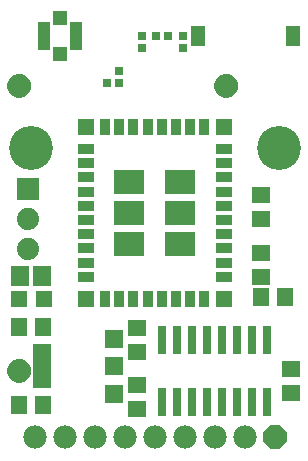
<source format=gbr>
G04 EAGLE Gerber RS-274X export*
G75*
%MOMM*%
%FSLAX34Y34*%
%LPD*%
%INSoldermask Top*%
%IPPOS*%
%AMOC8*
5,1,8,0,0,1.08239X$1,22.5*%
G01*
%ADD10R,1.403200X0.903200*%
%ADD11R,1.403200X1.403200*%
%ADD12R,0.903200X1.403200*%
%ADD13R,2.603200X2.103200*%
%ADD14R,1.203200X1.703200*%
%ADD15R,0.803200X0.803200*%
%ADD16R,1.503200X1.403200*%
%ADD17C,1.203200*%
%ADD18C,0.500000*%
%ADD19R,1.403200X1.503200*%
%ADD20R,1.503200X1.503200*%
%ADD21R,1.503200X3.803200*%
%ADD22R,0.803200X2.403200*%
%ADD23C,3.719200*%
%ADD24R,1.053200X2.403200*%
%ADD25R,1.203200X1.253200*%
%ADD26P,2.144431X8X292.500000*%
%ADD27C,1.981200*%
%ADD28R,1.503200X1.703200*%
%ADD29R,1.879600X1.879600*%
%ADD30C,1.879600*%


D10*
X71500Y264000D03*
X71500Y252000D03*
X71500Y240000D03*
X71500Y228000D03*
X71500Y216000D03*
X71500Y204000D03*
X71500Y192000D03*
X71500Y180000D03*
X71500Y168000D03*
X71500Y156000D03*
D11*
X71500Y282500D03*
X71500Y137500D03*
X188500Y137500D03*
X188500Y282500D03*
D12*
X88000Y137500D03*
X100000Y137500D03*
X112000Y137500D03*
X124000Y137500D03*
X136000Y137500D03*
X148000Y137500D03*
X160000Y137500D03*
X172000Y137500D03*
D10*
X188500Y156000D03*
X188500Y168000D03*
X188500Y180000D03*
X188500Y192000D03*
X188500Y204000D03*
X188500Y216000D03*
X188500Y228000D03*
X188500Y240000D03*
X188500Y252000D03*
X188500Y264000D03*
D12*
X172000Y282500D03*
X160000Y282500D03*
X148000Y282500D03*
X136000Y282500D03*
X124000Y282500D03*
X112000Y282500D03*
X100000Y282500D03*
X88000Y282500D03*
D13*
X108500Y210000D03*
X108500Y236500D03*
X108500Y183500D03*
X151500Y236500D03*
X151500Y210000D03*
X151500Y183500D03*
D14*
X166920Y360000D03*
X246920Y360000D03*
D15*
X153920Y349920D03*
X153920Y360080D03*
X119000Y349920D03*
X119000Y360080D03*
X131380Y360000D03*
X141540Y360000D03*
X100000Y330080D03*
X100000Y319920D03*
X100080Y320000D03*
X89920Y320000D03*
D16*
X220000Y204840D03*
X220000Y225160D03*
X220000Y155840D03*
X220000Y176160D03*
D17*
X190500Y317500D03*
D18*
X190500Y325000D02*
X190319Y324998D01*
X190138Y324991D01*
X189957Y324980D01*
X189776Y324965D01*
X189596Y324945D01*
X189416Y324921D01*
X189237Y324893D01*
X189059Y324860D01*
X188882Y324823D01*
X188705Y324782D01*
X188530Y324737D01*
X188355Y324687D01*
X188182Y324633D01*
X188011Y324575D01*
X187840Y324513D01*
X187672Y324446D01*
X187505Y324376D01*
X187339Y324302D01*
X187176Y324223D01*
X187015Y324141D01*
X186855Y324055D01*
X186698Y323965D01*
X186543Y323871D01*
X186390Y323774D01*
X186240Y323672D01*
X186092Y323568D01*
X185946Y323459D01*
X185804Y323348D01*
X185664Y323232D01*
X185527Y323114D01*
X185392Y322992D01*
X185261Y322867D01*
X185133Y322739D01*
X185008Y322608D01*
X184886Y322473D01*
X184768Y322336D01*
X184652Y322196D01*
X184541Y322054D01*
X184432Y321908D01*
X184328Y321760D01*
X184226Y321610D01*
X184129Y321457D01*
X184035Y321302D01*
X183945Y321145D01*
X183859Y320985D01*
X183777Y320824D01*
X183698Y320661D01*
X183624Y320495D01*
X183554Y320328D01*
X183487Y320160D01*
X183425Y319989D01*
X183367Y319818D01*
X183313Y319645D01*
X183263Y319470D01*
X183218Y319295D01*
X183177Y319118D01*
X183140Y318941D01*
X183107Y318763D01*
X183079Y318584D01*
X183055Y318404D01*
X183035Y318224D01*
X183020Y318043D01*
X183009Y317862D01*
X183002Y317681D01*
X183000Y317500D01*
X190500Y325000D02*
X190681Y324998D01*
X190862Y324991D01*
X191043Y324980D01*
X191224Y324965D01*
X191404Y324945D01*
X191584Y324921D01*
X191763Y324893D01*
X191941Y324860D01*
X192118Y324823D01*
X192295Y324782D01*
X192470Y324737D01*
X192645Y324687D01*
X192818Y324633D01*
X192989Y324575D01*
X193160Y324513D01*
X193328Y324446D01*
X193495Y324376D01*
X193661Y324302D01*
X193824Y324223D01*
X193985Y324141D01*
X194145Y324055D01*
X194302Y323965D01*
X194457Y323871D01*
X194610Y323774D01*
X194760Y323672D01*
X194908Y323568D01*
X195054Y323459D01*
X195196Y323348D01*
X195336Y323232D01*
X195473Y323114D01*
X195608Y322992D01*
X195739Y322867D01*
X195867Y322739D01*
X195992Y322608D01*
X196114Y322473D01*
X196232Y322336D01*
X196348Y322196D01*
X196459Y322054D01*
X196568Y321908D01*
X196672Y321760D01*
X196774Y321610D01*
X196871Y321457D01*
X196965Y321302D01*
X197055Y321145D01*
X197141Y320985D01*
X197223Y320824D01*
X197302Y320661D01*
X197376Y320495D01*
X197446Y320328D01*
X197513Y320160D01*
X197575Y319989D01*
X197633Y319818D01*
X197687Y319645D01*
X197737Y319470D01*
X197782Y319295D01*
X197823Y319118D01*
X197860Y318941D01*
X197893Y318763D01*
X197921Y318584D01*
X197945Y318404D01*
X197965Y318224D01*
X197980Y318043D01*
X197991Y317862D01*
X197998Y317681D01*
X198000Y317500D01*
X197998Y317319D01*
X197991Y317138D01*
X197980Y316957D01*
X197965Y316776D01*
X197945Y316596D01*
X197921Y316416D01*
X197893Y316237D01*
X197860Y316059D01*
X197823Y315882D01*
X197782Y315705D01*
X197737Y315530D01*
X197687Y315355D01*
X197633Y315182D01*
X197575Y315011D01*
X197513Y314840D01*
X197446Y314672D01*
X197376Y314505D01*
X197302Y314339D01*
X197223Y314176D01*
X197141Y314015D01*
X197055Y313855D01*
X196965Y313698D01*
X196871Y313543D01*
X196774Y313390D01*
X196672Y313240D01*
X196568Y313092D01*
X196459Y312946D01*
X196348Y312804D01*
X196232Y312664D01*
X196114Y312527D01*
X195992Y312392D01*
X195867Y312261D01*
X195739Y312133D01*
X195608Y312008D01*
X195473Y311886D01*
X195336Y311768D01*
X195196Y311652D01*
X195054Y311541D01*
X194908Y311432D01*
X194760Y311328D01*
X194610Y311226D01*
X194457Y311129D01*
X194302Y311035D01*
X194145Y310945D01*
X193985Y310859D01*
X193824Y310777D01*
X193661Y310698D01*
X193495Y310624D01*
X193328Y310554D01*
X193160Y310487D01*
X192989Y310425D01*
X192818Y310367D01*
X192645Y310313D01*
X192470Y310263D01*
X192295Y310218D01*
X192118Y310177D01*
X191941Y310140D01*
X191763Y310107D01*
X191584Y310079D01*
X191404Y310055D01*
X191224Y310035D01*
X191043Y310020D01*
X190862Y310009D01*
X190681Y310002D01*
X190500Y310000D01*
X190319Y310002D01*
X190138Y310009D01*
X189957Y310020D01*
X189776Y310035D01*
X189596Y310055D01*
X189416Y310079D01*
X189237Y310107D01*
X189059Y310140D01*
X188882Y310177D01*
X188705Y310218D01*
X188530Y310263D01*
X188355Y310313D01*
X188182Y310367D01*
X188011Y310425D01*
X187840Y310487D01*
X187672Y310554D01*
X187505Y310624D01*
X187339Y310698D01*
X187176Y310777D01*
X187015Y310859D01*
X186855Y310945D01*
X186698Y311035D01*
X186543Y311129D01*
X186390Y311226D01*
X186240Y311328D01*
X186092Y311432D01*
X185946Y311541D01*
X185804Y311652D01*
X185664Y311768D01*
X185527Y311886D01*
X185392Y312008D01*
X185261Y312133D01*
X185133Y312261D01*
X185008Y312392D01*
X184886Y312527D01*
X184768Y312664D01*
X184652Y312804D01*
X184541Y312946D01*
X184432Y313092D01*
X184328Y313240D01*
X184226Y313390D01*
X184129Y313543D01*
X184035Y313698D01*
X183945Y313855D01*
X183859Y314015D01*
X183777Y314176D01*
X183698Y314339D01*
X183624Y314505D01*
X183554Y314672D01*
X183487Y314840D01*
X183425Y315011D01*
X183367Y315182D01*
X183313Y315355D01*
X183263Y315530D01*
X183218Y315705D01*
X183177Y315882D01*
X183140Y316059D01*
X183107Y316237D01*
X183079Y316416D01*
X183055Y316596D01*
X183035Y316776D01*
X183020Y316957D01*
X183009Y317138D01*
X183002Y317319D01*
X183000Y317500D01*
D17*
X15240Y76200D03*
D18*
X15240Y83700D02*
X15059Y83698D01*
X14878Y83691D01*
X14697Y83680D01*
X14516Y83665D01*
X14336Y83645D01*
X14156Y83621D01*
X13977Y83593D01*
X13799Y83560D01*
X13622Y83523D01*
X13445Y83482D01*
X13270Y83437D01*
X13095Y83387D01*
X12922Y83333D01*
X12751Y83275D01*
X12580Y83213D01*
X12412Y83146D01*
X12245Y83076D01*
X12079Y83002D01*
X11916Y82923D01*
X11755Y82841D01*
X11595Y82755D01*
X11438Y82665D01*
X11283Y82571D01*
X11130Y82474D01*
X10980Y82372D01*
X10832Y82268D01*
X10686Y82159D01*
X10544Y82048D01*
X10404Y81932D01*
X10267Y81814D01*
X10132Y81692D01*
X10001Y81567D01*
X9873Y81439D01*
X9748Y81308D01*
X9626Y81173D01*
X9508Y81036D01*
X9392Y80896D01*
X9281Y80754D01*
X9172Y80608D01*
X9068Y80460D01*
X8966Y80310D01*
X8869Y80157D01*
X8775Y80002D01*
X8685Y79845D01*
X8599Y79685D01*
X8517Y79524D01*
X8438Y79361D01*
X8364Y79195D01*
X8294Y79028D01*
X8227Y78860D01*
X8165Y78689D01*
X8107Y78518D01*
X8053Y78345D01*
X8003Y78170D01*
X7958Y77995D01*
X7917Y77818D01*
X7880Y77641D01*
X7847Y77463D01*
X7819Y77284D01*
X7795Y77104D01*
X7775Y76924D01*
X7760Y76743D01*
X7749Y76562D01*
X7742Y76381D01*
X7740Y76200D01*
X15240Y83700D02*
X15421Y83698D01*
X15602Y83691D01*
X15783Y83680D01*
X15964Y83665D01*
X16144Y83645D01*
X16324Y83621D01*
X16503Y83593D01*
X16681Y83560D01*
X16858Y83523D01*
X17035Y83482D01*
X17210Y83437D01*
X17385Y83387D01*
X17558Y83333D01*
X17729Y83275D01*
X17900Y83213D01*
X18068Y83146D01*
X18235Y83076D01*
X18401Y83002D01*
X18564Y82923D01*
X18725Y82841D01*
X18885Y82755D01*
X19042Y82665D01*
X19197Y82571D01*
X19350Y82474D01*
X19500Y82372D01*
X19648Y82268D01*
X19794Y82159D01*
X19936Y82048D01*
X20076Y81932D01*
X20213Y81814D01*
X20348Y81692D01*
X20479Y81567D01*
X20607Y81439D01*
X20732Y81308D01*
X20854Y81173D01*
X20972Y81036D01*
X21088Y80896D01*
X21199Y80754D01*
X21308Y80608D01*
X21412Y80460D01*
X21514Y80310D01*
X21611Y80157D01*
X21705Y80002D01*
X21795Y79845D01*
X21881Y79685D01*
X21963Y79524D01*
X22042Y79361D01*
X22116Y79195D01*
X22186Y79028D01*
X22253Y78860D01*
X22315Y78689D01*
X22373Y78518D01*
X22427Y78345D01*
X22477Y78170D01*
X22522Y77995D01*
X22563Y77818D01*
X22600Y77641D01*
X22633Y77463D01*
X22661Y77284D01*
X22685Y77104D01*
X22705Y76924D01*
X22720Y76743D01*
X22731Y76562D01*
X22738Y76381D01*
X22740Y76200D01*
X22738Y76019D01*
X22731Y75838D01*
X22720Y75657D01*
X22705Y75476D01*
X22685Y75296D01*
X22661Y75116D01*
X22633Y74937D01*
X22600Y74759D01*
X22563Y74582D01*
X22522Y74405D01*
X22477Y74230D01*
X22427Y74055D01*
X22373Y73882D01*
X22315Y73711D01*
X22253Y73540D01*
X22186Y73372D01*
X22116Y73205D01*
X22042Y73039D01*
X21963Y72876D01*
X21881Y72715D01*
X21795Y72555D01*
X21705Y72398D01*
X21611Y72243D01*
X21514Y72090D01*
X21412Y71940D01*
X21308Y71792D01*
X21199Y71646D01*
X21088Y71504D01*
X20972Y71364D01*
X20854Y71227D01*
X20732Y71092D01*
X20607Y70961D01*
X20479Y70833D01*
X20348Y70708D01*
X20213Y70586D01*
X20076Y70468D01*
X19936Y70352D01*
X19794Y70241D01*
X19648Y70132D01*
X19500Y70028D01*
X19350Y69926D01*
X19197Y69829D01*
X19042Y69735D01*
X18885Y69645D01*
X18725Y69559D01*
X18564Y69477D01*
X18401Y69398D01*
X18235Y69324D01*
X18068Y69254D01*
X17900Y69187D01*
X17729Y69125D01*
X17558Y69067D01*
X17385Y69013D01*
X17210Y68963D01*
X17035Y68918D01*
X16858Y68877D01*
X16681Y68840D01*
X16503Y68807D01*
X16324Y68779D01*
X16144Y68755D01*
X15964Y68735D01*
X15783Y68720D01*
X15602Y68709D01*
X15421Y68702D01*
X15240Y68700D01*
X15059Y68702D01*
X14878Y68709D01*
X14697Y68720D01*
X14516Y68735D01*
X14336Y68755D01*
X14156Y68779D01*
X13977Y68807D01*
X13799Y68840D01*
X13622Y68877D01*
X13445Y68918D01*
X13270Y68963D01*
X13095Y69013D01*
X12922Y69067D01*
X12751Y69125D01*
X12580Y69187D01*
X12412Y69254D01*
X12245Y69324D01*
X12079Y69398D01*
X11916Y69477D01*
X11755Y69559D01*
X11595Y69645D01*
X11438Y69735D01*
X11283Y69829D01*
X11130Y69926D01*
X10980Y70028D01*
X10832Y70132D01*
X10686Y70241D01*
X10544Y70352D01*
X10404Y70468D01*
X10267Y70586D01*
X10132Y70708D01*
X10001Y70833D01*
X9873Y70961D01*
X9748Y71092D01*
X9626Y71227D01*
X9508Y71364D01*
X9392Y71504D01*
X9281Y71646D01*
X9172Y71792D01*
X9068Y71940D01*
X8966Y72090D01*
X8869Y72243D01*
X8775Y72398D01*
X8685Y72555D01*
X8599Y72715D01*
X8517Y72876D01*
X8438Y73039D01*
X8364Y73205D01*
X8294Y73372D01*
X8227Y73540D01*
X8165Y73711D01*
X8107Y73882D01*
X8053Y74055D01*
X8003Y74230D01*
X7958Y74405D01*
X7917Y74582D01*
X7880Y74759D01*
X7847Y74937D01*
X7819Y75116D01*
X7795Y75296D01*
X7775Y75476D01*
X7760Y75657D01*
X7749Y75838D01*
X7742Y76019D01*
X7740Y76200D01*
D16*
X115000Y43840D03*
X115000Y64160D03*
D19*
X35160Y47000D03*
X14840Y47000D03*
D20*
X95500Y57000D03*
X95500Y80000D03*
X95500Y103000D03*
D21*
X34500Y80000D03*
D19*
X35160Y113000D03*
X14840Y113000D03*
D22*
X148590Y50200D03*
X173990Y102200D03*
X135890Y50200D03*
X161290Y50200D03*
X173990Y50200D03*
X161290Y102200D03*
X186690Y102200D03*
X199390Y102200D03*
X199390Y50200D03*
X224790Y102200D03*
X186690Y50200D03*
X212090Y50200D03*
X212090Y102200D03*
X224790Y50200D03*
X148590Y102200D03*
X135890Y102200D03*
D16*
X115000Y91840D03*
X115000Y112160D03*
X245000Y57840D03*
X245000Y78160D03*
D19*
X219840Y139000D03*
X240160Y139000D03*
D23*
X25000Y265000D03*
X235000Y265000D03*
D24*
X63750Y360000D03*
X36250Y360000D03*
D25*
X50000Y344750D03*
X50000Y375250D03*
D26*
X231600Y20000D03*
D27*
X206200Y20000D03*
X180800Y20000D03*
X155400Y20000D03*
X130000Y20000D03*
X104600Y20000D03*
X79200Y20000D03*
X53800Y20000D03*
X28400Y20000D03*
D17*
X15240Y317500D03*
D18*
X15240Y325000D02*
X15059Y324998D01*
X14878Y324991D01*
X14697Y324980D01*
X14516Y324965D01*
X14336Y324945D01*
X14156Y324921D01*
X13977Y324893D01*
X13799Y324860D01*
X13622Y324823D01*
X13445Y324782D01*
X13270Y324737D01*
X13095Y324687D01*
X12922Y324633D01*
X12751Y324575D01*
X12580Y324513D01*
X12412Y324446D01*
X12245Y324376D01*
X12079Y324302D01*
X11916Y324223D01*
X11755Y324141D01*
X11595Y324055D01*
X11438Y323965D01*
X11283Y323871D01*
X11130Y323774D01*
X10980Y323672D01*
X10832Y323568D01*
X10686Y323459D01*
X10544Y323348D01*
X10404Y323232D01*
X10267Y323114D01*
X10132Y322992D01*
X10001Y322867D01*
X9873Y322739D01*
X9748Y322608D01*
X9626Y322473D01*
X9508Y322336D01*
X9392Y322196D01*
X9281Y322054D01*
X9172Y321908D01*
X9068Y321760D01*
X8966Y321610D01*
X8869Y321457D01*
X8775Y321302D01*
X8685Y321145D01*
X8599Y320985D01*
X8517Y320824D01*
X8438Y320661D01*
X8364Y320495D01*
X8294Y320328D01*
X8227Y320160D01*
X8165Y319989D01*
X8107Y319818D01*
X8053Y319645D01*
X8003Y319470D01*
X7958Y319295D01*
X7917Y319118D01*
X7880Y318941D01*
X7847Y318763D01*
X7819Y318584D01*
X7795Y318404D01*
X7775Y318224D01*
X7760Y318043D01*
X7749Y317862D01*
X7742Y317681D01*
X7740Y317500D01*
X15240Y325000D02*
X15421Y324998D01*
X15602Y324991D01*
X15783Y324980D01*
X15964Y324965D01*
X16144Y324945D01*
X16324Y324921D01*
X16503Y324893D01*
X16681Y324860D01*
X16858Y324823D01*
X17035Y324782D01*
X17210Y324737D01*
X17385Y324687D01*
X17558Y324633D01*
X17729Y324575D01*
X17900Y324513D01*
X18068Y324446D01*
X18235Y324376D01*
X18401Y324302D01*
X18564Y324223D01*
X18725Y324141D01*
X18885Y324055D01*
X19042Y323965D01*
X19197Y323871D01*
X19350Y323774D01*
X19500Y323672D01*
X19648Y323568D01*
X19794Y323459D01*
X19936Y323348D01*
X20076Y323232D01*
X20213Y323114D01*
X20348Y322992D01*
X20479Y322867D01*
X20607Y322739D01*
X20732Y322608D01*
X20854Y322473D01*
X20972Y322336D01*
X21088Y322196D01*
X21199Y322054D01*
X21308Y321908D01*
X21412Y321760D01*
X21514Y321610D01*
X21611Y321457D01*
X21705Y321302D01*
X21795Y321145D01*
X21881Y320985D01*
X21963Y320824D01*
X22042Y320661D01*
X22116Y320495D01*
X22186Y320328D01*
X22253Y320160D01*
X22315Y319989D01*
X22373Y319818D01*
X22427Y319645D01*
X22477Y319470D01*
X22522Y319295D01*
X22563Y319118D01*
X22600Y318941D01*
X22633Y318763D01*
X22661Y318584D01*
X22685Y318404D01*
X22705Y318224D01*
X22720Y318043D01*
X22731Y317862D01*
X22738Y317681D01*
X22740Y317500D01*
X22738Y317319D01*
X22731Y317138D01*
X22720Y316957D01*
X22705Y316776D01*
X22685Y316596D01*
X22661Y316416D01*
X22633Y316237D01*
X22600Y316059D01*
X22563Y315882D01*
X22522Y315705D01*
X22477Y315530D01*
X22427Y315355D01*
X22373Y315182D01*
X22315Y315011D01*
X22253Y314840D01*
X22186Y314672D01*
X22116Y314505D01*
X22042Y314339D01*
X21963Y314176D01*
X21881Y314015D01*
X21795Y313855D01*
X21705Y313698D01*
X21611Y313543D01*
X21514Y313390D01*
X21412Y313240D01*
X21308Y313092D01*
X21199Y312946D01*
X21088Y312804D01*
X20972Y312664D01*
X20854Y312527D01*
X20732Y312392D01*
X20607Y312261D01*
X20479Y312133D01*
X20348Y312008D01*
X20213Y311886D01*
X20076Y311768D01*
X19936Y311652D01*
X19794Y311541D01*
X19648Y311432D01*
X19500Y311328D01*
X19350Y311226D01*
X19197Y311129D01*
X19042Y311035D01*
X18885Y310945D01*
X18725Y310859D01*
X18564Y310777D01*
X18401Y310698D01*
X18235Y310624D01*
X18068Y310554D01*
X17900Y310487D01*
X17729Y310425D01*
X17558Y310367D01*
X17385Y310313D01*
X17210Y310263D01*
X17035Y310218D01*
X16858Y310177D01*
X16681Y310140D01*
X16503Y310107D01*
X16324Y310079D01*
X16144Y310055D01*
X15964Y310035D01*
X15783Y310020D01*
X15602Y310009D01*
X15421Y310002D01*
X15240Y310000D01*
X15059Y310002D01*
X14878Y310009D01*
X14697Y310020D01*
X14516Y310035D01*
X14336Y310055D01*
X14156Y310079D01*
X13977Y310107D01*
X13799Y310140D01*
X13622Y310177D01*
X13445Y310218D01*
X13270Y310263D01*
X13095Y310313D01*
X12922Y310367D01*
X12751Y310425D01*
X12580Y310487D01*
X12412Y310554D01*
X12245Y310624D01*
X12079Y310698D01*
X11916Y310777D01*
X11755Y310859D01*
X11595Y310945D01*
X11438Y311035D01*
X11283Y311129D01*
X11130Y311226D01*
X10980Y311328D01*
X10832Y311432D01*
X10686Y311541D01*
X10544Y311652D01*
X10404Y311768D01*
X10267Y311886D01*
X10132Y312008D01*
X10001Y312133D01*
X9873Y312261D01*
X9748Y312392D01*
X9626Y312527D01*
X9508Y312664D01*
X9392Y312804D01*
X9281Y312946D01*
X9172Y313092D01*
X9068Y313240D01*
X8966Y313390D01*
X8869Y313543D01*
X8775Y313698D01*
X8685Y313855D01*
X8599Y314015D01*
X8517Y314176D01*
X8438Y314339D01*
X8364Y314505D01*
X8294Y314672D01*
X8227Y314840D01*
X8165Y315011D01*
X8107Y315182D01*
X8053Y315355D01*
X8003Y315530D01*
X7958Y315705D01*
X7917Y315882D01*
X7880Y316059D01*
X7847Y316237D01*
X7819Y316416D01*
X7795Y316596D01*
X7775Y316776D01*
X7760Y316957D01*
X7749Y317138D01*
X7742Y317319D01*
X7740Y317500D01*
D11*
X14900Y137160D03*
X35900Y137160D03*
D28*
X34900Y156210D03*
X15900Y156210D03*
D29*
X22860Y229870D03*
D30*
X22860Y204470D03*
X22860Y179070D03*
M02*

</source>
